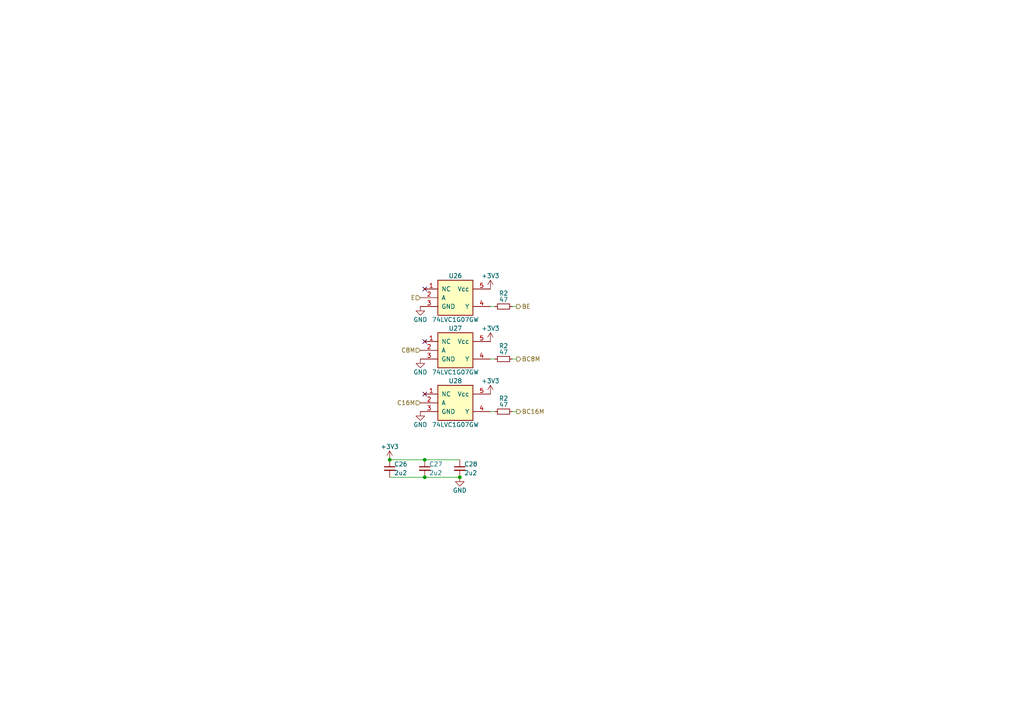
<source format=kicad_sch>
(kicad_sch (version 20230121) (generator eeschema)
  (paper "A4")
  (lib_symbols
    (symbol "Device:C_Small" (pin_numbers hide) (pin_names (offset 0.254) hide)
      (property "Reference" "C" (at 0.254 1.778 0))
      (property "Value" "C_Small" (at 0.254 -2.032 0))
      (symbol "C_Small_0_1"
        (polyline (pts (xy -1.524 -0.508) (xy 1.524 -0.508)) (stroke (width 0.3302)))
        (polyline (pts (xy -1.524 0.508) (xy 1.524 0.508)) (stroke (width 0.3048)))
      )
      (symbol "C_Small_1_1"
        (pin passive line (at 0 2.54 270) (length 2.032) (name "~") (number "1"))
        (pin passive line (at 0 -2.54 90) (length 2.032) (name "~") (number "2"))
      )
    )
    (symbol "Device:R_Small" (pin_numbers hide) (pin_names (offset 0.254) hide)
      (property "Reference" "R" (at 0.762 0.508 0))
      (property "Value" "R_Small" (at 0.762 -1.016 0))
      (symbol "R_Small_0_1"
        (rectangle (start -0.762 1.778) (end 0.762 -1.778) (stroke (width 0.2032)))
      )
      (symbol "R_Small_1_1"
        (pin passive line (at 0 2.54 270) (length 0.762) (name "~") (number "1"))
        (pin passive line (at 0 -2.54 90) (length 0.762) (name "~") (number "2"))
      )
    )
    (symbol "GW_Logic:741G04GW" (pin_names (offset 1.016))
      (property "Reference" "U" (at 0 6.35 0))
      (property "Value" "741G04GW" (at 0 -6.35 0))
      (symbol "741G04GW_0_1"
        (rectangle (start 5.08 -5.08) (end -5.08 5.08) (stroke (width 0.254)) (fill (type background)))
      )
      (symbol "741G04GW_1_1"
        (pin no_connect line (at -8.89 2.54 0) (length 3.81) (name "NC") (number "1"))
        (pin input line (at -10.16 0 0) (length 5.08) (name "A") (number "2"))
        (pin power_in line (at -10.16 -2.54 0) (length 5.08) (name "GND") (number "3"))
        (pin output line (at 10.16 -2.54 180) (length 5.08) (name "Y") (number "4"))
        (pin power_in line (at 10.16 2.54 180) (length 5.08) (name "Vcc") (number "5"))
      )
    )
    (symbol "power:+3V3" (power) (pin_names (offset 0))
      (property "Value" "+3V3" (at 0 3.556 0))
      (symbol "+3V3_0_1"
        (polyline (pts (xy -0.762 1.27) (xy 0 2.54)))
        (polyline (pts (xy 0 0) (xy 0 2.54)))
        (polyline (pts (xy 0 2.54) (xy 0.762 1.27)))
      )
      (symbol "+3V3_1_1"
        (pin power_in line (at 0 0 90) (length 0) hide (name "+3V3") (number "1"))
      )
    )
    (symbol "power:GND" (power) (pin_names (offset 0))
      (property "Value" "GND" (at 0 -3.81 0))
      (symbol "GND_0_1"
        (polyline (pts (xy 0 0) (xy 0 -1.27) (xy 1.27 -1.27) (xy 0 -2.54) (xy -1.27 -1.27) (xy 0 -1.27)))
      )
      (symbol "GND_1_1"
        (pin power_in line (at 0 0 270) (length 0) hide (name "GND") (number "1"))
      )
    )
  )
  (junction (at 113.03 133.35))
  (junction (at 133.35 138.43))
  (junction (at 123.19 133.35))
  (junction (at 123.19 138.43))
  (no_connect (at 123.19 114.3))
  (no_connect (at 123.19 83.82))
  (no_connect (at 123.19 99.06))
  (wire (pts (xy 123.19 133.35) (xy 133.35 133.35)))
  (wire (pts (xy 143.51 119.38) (xy 142.24 119.38)))
  (wire (pts (xy 123.19 138.43) (xy 133.35 138.43)))
  (wire (pts (xy 143.51 88.9) (xy 142.24 88.9)))
  (wire (pts (xy 143.51 104.14) (xy 142.24 104.14)))
  (wire (pts (xy 113.03 138.43) (xy 123.19 138.43)))
  (wire (pts (xy 149.86 119.38) (xy 148.59 119.38)))
  (wire (pts (xy 113.03 133.35) (xy 123.19 133.35)))
  (wire (pts (xy 149.86 88.9) (xy 148.59 88.9)))
  (wire (pts (xy 149.86 104.14) (xy 148.59 104.14)))
  (hierarchical_label "BE" (shape output) (at 149.86 88.9 0))
  (hierarchical_label "BC16M" (shape output) (at 149.86 119.38 0))
  (hierarchical_label "C16M" (shape input) (at 121.92 116.84 180))
  (hierarchical_label "E" (shape input) (at 121.92 86.36 180))
  (hierarchical_label "BC8M" (shape output) (at 149.86 104.14 0))
  (hierarchical_label "C8M" (shape input) (at 121.92 101.6 180))
  (symbol (lib_id "Device:C_Small") (at 113.03 135.89 0) (unit 1)
    (property "Reference" "C26" (at 114.3 134.62 0) (effects (justify left)))
    (property "Value" "2u2" (at 114.3 137.16 0) (effects (justify left)))
    (property "Footprint" "stdpads:C_0603" (effects hide))
    (property "LCSC Part" "C23630" (effects hide))
    (instances (project "WarpSE" (path "" (reference "C26") (unit 1)) (path "" (reference "C48") (unit 1))))
  )
  (symbol (lib_id "GW_Logic:741G04GW") (at 132.08 101.6 0) (unit 1)
    (property "Reference" "U27" (at 132.08 95.25 0))
    (property "Value" "74LVC1G07GW" (at 132.08 107.95 0))
    (property "Footprint" "stdpads:SOT-353" (effects hide))
  )
  (symbol (lib_id "Device:R_Small") (at 146.05 88.9 270) (unit 1)
    (property "Reference" "R2" (at 146.05 85.09 90))
    (property "Value" "47" (at 146.05 87.63 90) (effects (justify bottom)))
    (property "Footprint" "stdpads:R_0603" (effects hide))
    (property "LCSC Part" "C23182" (effects hide))
    (instances (project "WarpSE" (path "" (reference "R2") (unit 1)) (path "" (reference "R20") (unit 1)) (path "" (reference "R18") (unit 1))))
  )
  (symbol (lib_id "power:GND") (at 121.92 119.38 0) (unit 1)
    (property "Reference" "#PWR02" (effects hide))
    (property "Value" "GND" (at 121.92 123.19 0))
  )
  (symbol (lib_id "power:GND") (at 121.92 88.9 0) (unit 1)
    (property "Reference" "#PWR06" (effects hide))
    (property "Value" "GND" (at 121.92 92.71 0))
  )
  (symbol (lib_id "Device:C_Small") (at 133.35 135.89 0) (unit 1)
    (property "Reference" "C28" (at 134.62 134.62 0) (effects (justify left)))
    (property "Value" "2u2" (at 134.62 137.16 0) (effects (justify left)))
    (property "Footprint" "stdpads:C_0603" (effects hide))
    (property "LCSC Part" "C23630" (effects hide))
    (instances (project "WarpSE" (path "" (reference "C28") (unit 1)) (path "" (reference "C55") (unit 1))))
  )
  (symbol (lib_id "power:GND") (at 133.35 138.43 0) (mirror y) (unit 1)
    (property "Reference" "#PWR0159" (effects hide))
    (property "Value" "GND" (at 133.35 142.24 0))
    (instances (project "WarpSE" (path "" (reference "#PWR0159") (unit 1)) (path "" (reference "#PWR019") (unit 1))))
  )
  (symbol (lib_id "Device:R_Small") (at 146.05 104.14 270) (unit 1)
    (property "Reference" "R2" (at 146.05 100.33 90))
    (property "Value" "47" (at 146.05 102.87 90) (effects (justify bottom)))
    (property "Footprint" "stdpads:R_0603" (effects hide))
    (property "LCSC Part" "C23182" (effects hide))
    (instances (project "WarpSE" (path "" (reference "R2") (unit 1)) (path "" (reference "R20") (unit 1)) (path "" (reference "R17") (unit 1))))
  )
  (symbol (lib_id "Device:C_Small") (at 123.19 135.89 0) (unit 1)
    (property "Reference" "C27" (at 124.46 134.62 0) (effects (justify left)))
    (property "Value" "2u2" (at 124.46 137.16 0) (effects (justify left)))
    (property "Footprint" "stdpads:C_0603" (effects hide))
    (property "LCSC Part" "C23630" (effects hide))
    (instances (project "WarpSE" (path "" (reference "C27") (unit 1)) (path "" (reference "C54") (unit 1))))
  )
  (symbol (lib_id "power:+3V3") (at 113.03 133.35 0) (unit 1)
    (property "Reference" "#PWR0158" (effects hide))
    (property "Value" "+3V3" (at 113.03 129.54 0))
    (instances (project "WarpSE" (path "" (reference "#PWR0158") (unit 1)) (path "" (reference "#PWR018") (unit 1))))
  )
  (symbol (lib_id "GW_Logic:741G04GW") (at 132.08 86.36 0) (unit 1)
    (property "Reference" "U26" (at 132.08 80.01 0))
    (property "Value" "74LVC1G07GW" (at 132.08 92.71 0))
    (property "Footprint" "stdpads:SOT-353" (effects hide))
  )
  (symbol (lib_id "GW_Logic:741G04GW") (at 132.08 116.84 0) (unit 1)
    (property "Reference" "U28" (at 132.08 110.49 0))
    (property "Value" "74LVC1G07GW" (at 132.08 123.19 0))
    (property "Footprint" "stdpads:SOT-353" (effects hide))
  )
  (symbol (lib_id "power:GND") (at 121.92 104.14 0) (unit 1)
    (property "Reference" "#PWR04" (effects hide))
    (property "Value" "GND" (at 121.92 107.95 0))
  )
  (symbol (lib_id "power:+3V3") (at 142.24 114.3 0) (unit 1)
    (property "Reference" "#PWR017" (effects hide))
    (property "Value" "+3V3" (at 142.24 110.49 0))
  )
  (symbol (lib_id "power:+3V3") (at 142.24 99.06 0) (unit 1)
    (property "Reference" "#PWR013" (effects hide))
    (property "Value" "+3V3" (at 142.24 95.25 0))
  )
  (symbol (lib_id "Device:R_Small") (at 146.05 119.38 270) (unit 1)
    (property "Reference" "R2" (at 146.05 115.57 90))
    (property "Value" "47" (at 146.05 118.11 90) (effects (justify bottom)))
    (property "Footprint" "stdpads:R_0603" (effects hide))
    (property "LCSC Part" "C23182" (effects hide))
    (instances (project "WarpSE" (path "" (reference "R2") (unit 1)) (path "" (reference "R20") (unit 1)) (path "" (reference "R7") (unit 1))))
  )
  (symbol (lib_id "power:+3V3") (at 142.24 83.82 0) (unit 1)
    (property "Reference" "#PWR016" (effects hide))
    (property "Value" "+3V3" (at 142.24 80.01 0))
  )
)
</source>
